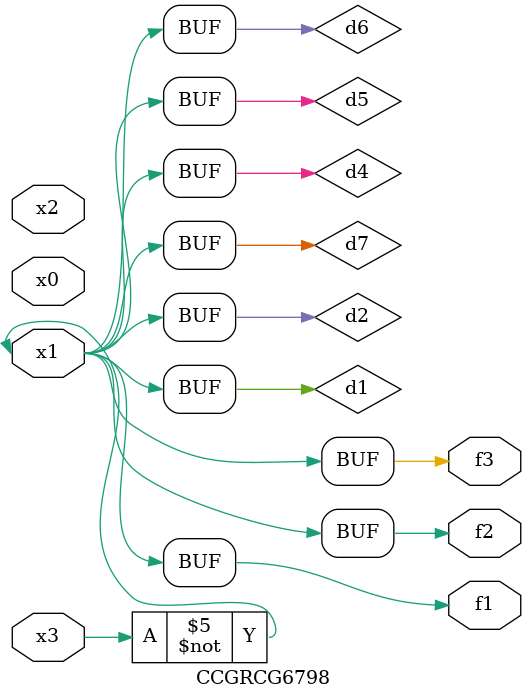
<source format=v>
module CCGRCG6798(
	input x0, x1, x2, x3,
	output f1, f2, f3
);

	wire d1, d2, d3, d4, d5, d6, d7;

	not (d1, x3);
	buf (d2, x1);
	xnor (d3, d1, d2);
	nor (d4, d1);
	buf (d5, d1, d2);
	buf (d6, d4, d5);
	nand (d7, d4);
	assign f1 = d6;
	assign f2 = d7;
	assign f3 = d6;
endmodule

</source>
